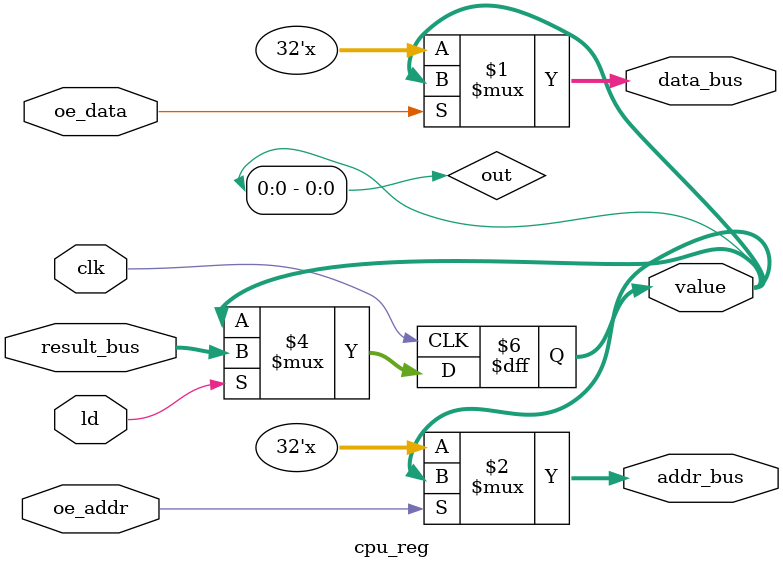
<source format=sv>
module cpu_reg #(
    parameter integer SIZE = 32
) (
    input clk,
    output tri [SIZE-1:0] data_bus,
    output tri [SIZE-1:0] addr_bus,
	input [SIZE-1:0] result_bus,
    input oe_data,
    input oe_addr,
    input ld,
    output logic [SIZE-1:0] value  // only if you need to direclty access (not on the data/addr bus)
);

  assign out  = value;
  assign data_bus = oe_data ? value : 'hz;
  assign addr_bus = oe_addr ? value : 'hz;

  always_ff @(posedge clk) begin
    if (ld) value <= result_bus;
  end

endmodule

</source>
